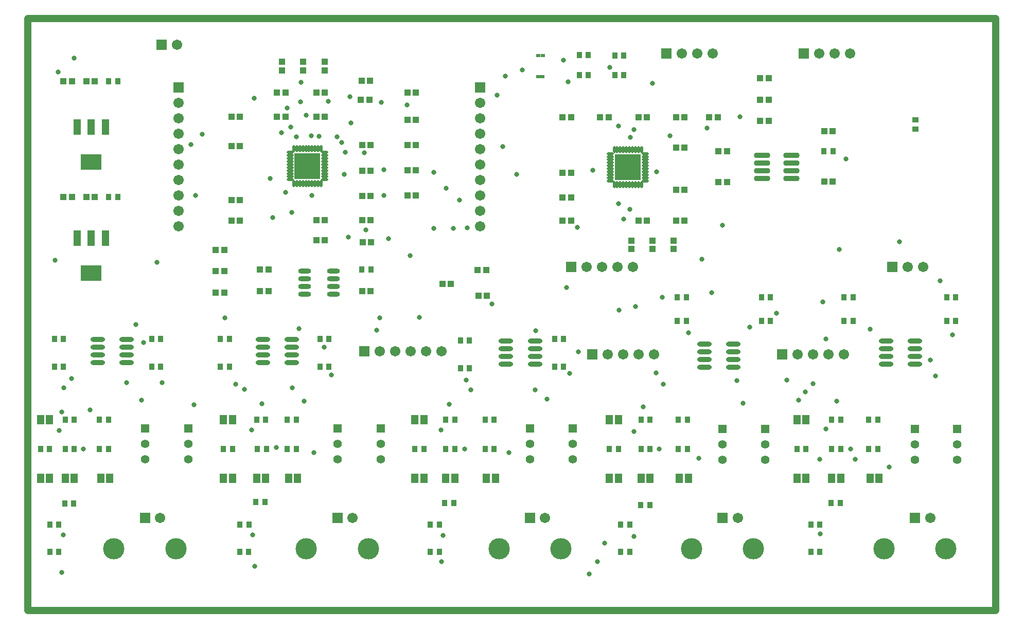
<source format=gts>
G04 Layer_Color=8388736*
%FSLAX25Y25*%
%MOIN*%
G70*
G01*
G75*
%ADD25C,0.04724*%
%ADD38R,0.04343X0.03950*%
%ADD39R,0.03556X0.04343*%
%ADD40O,0.09461X0.03162*%
%ADD41R,0.05131X0.06312*%
%ADD42R,0.16942X0.16942*%
%ADD43O,0.04540X0.01784*%
%ADD44O,0.01784X0.04540*%
%ADD45R,0.03950X0.04343*%
%ADD46R,0.04737X0.10249*%
%ADD47R,0.13792X0.10249*%
%ADD48O,0.08280X0.03162*%
%ADD49R,0.02769X0.01981*%
%ADD50R,0.04343X0.03556*%
%ADD51O,0.10642X0.03556*%
%ADD52C,0.06706*%
%ADD53R,0.06706X0.06706*%
%ADD54R,0.06706X0.06706*%
%ADD55C,0.13792*%
%ADD56R,0.05524X0.05524*%
%ADD57C,0.05524*%
%ADD58C,0.03300*%
D25*
X100000Y100000D02*
Y483500D01*
X727000D01*
Y100000D02*
Y483500D01*
X100000Y100000D02*
X727000D01*
D38*
X504500Y339656D02*
D03*
Y334144D02*
D03*
X292100Y455556D02*
D03*
Y450044D02*
D03*
X278300Y455556D02*
D03*
Y450044D02*
D03*
X264500Y455556D02*
D03*
Y450044D02*
D03*
X518300Y339656D02*
D03*
Y334144D02*
D03*
X490700Y339656D02*
D03*
Y334144D02*
D03*
D39*
X497047Y223500D02*
D03*
X502953D02*
D03*
X247547Y170300D02*
D03*
X253453D02*
D03*
X123747Y169300D02*
D03*
X129653D02*
D03*
X644560Y204500D02*
D03*
X650465D02*
D03*
X644560Y223500D02*
D03*
X650465D02*
D03*
X620247Y169500D02*
D03*
X626153D02*
D03*
X146247Y223500D02*
D03*
X152153D02*
D03*
X146247Y204500D02*
D03*
X152153D02*
D03*
X267947D02*
D03*
X273853D02*
D03*
X267947Y223500D02*
D03*
X273853D02*
D03*
X396060Y204500D02*
D03*
X401965D02*
D03*
X396060Y223500D02*
D03*
X401965D02*
D03*
X369847Y169500D02*
D03*
X375753D02*
D03*
X521160Y204500D02*
D03*
X527065D02*
D03*
X521160Y223500D02*
D03*
X527065D02*
D03*
X496947Y168400D02*
D03*
X502853D02*
D03*
X615547Y397500D02*
D03*
X621453D02*
D03*
X158215Y443000D02*
D03*
X152309D02*
D03*
Y368000D02*
D03*
X158215D02*
D03*
X603953Y204500D02*
D03*
X598047D02*
D03*
X620547Y223500D02*
D03*
X626453D02*
D03*
Y204500D02*
D03*
X620547D02*
D03*
X482453D02*
D03*
X476547D02*
D03*
X502953D02*
D03*
X497047D02*
D03*
X356453D02*
D03*
X350547D02*
D03*
X376453D02*
D03*
X370547D02*
D03*
X316291Y321000D02*
D03*
X322197D02*
D03*
X489703Y138000D02*
D03*
X483797D02*
D03*
X483797Y155500D02*
D03*
X489703D02*
D03*
X575047Y287500D02*
D03*
X580953D02*
D03*
Y303000D02*
D03*
X575047D02*
D03*
X366453Y138000D02*
D03*
X360547D02*
D03*
Y155500D02*
D03*
X366453D02*
D03*
X441047Y258000D02*
D03*
X446953D02*
D03*
X446953Y276000D02*
D03*
X441047D02*
D03*
X695094Y287500D02*
D03*
X701000D02*
D03*
Y303000D02*
D03*
X695094D02*
D03*
X612953Y138000D02*
D03*
X607047D02*
D03*
X607047Y155500D02*
D03*
X612953D02*
D03*
X242953Y138000D02*
D03*
X237047D02*
D03*
X237297Y155500D02*
D03*
X243203D02*
D03*
X289047Y258000D02*
D03*
X294953D02*
D03*
Y276000D02*
D03*
X289047D02*
D03*
X119953Y138000D02*
D03*
X114047D02*
D03*
Y155500D02*
D03*
X119953D02*
D03*
X180047Y258000D02*
D03*
X185953D02*
D03*
Y276000D02*
D03*
X180047D02*
D03*
X520547Y287500D02*
D03*
X526453D02*
D03*
X520547Y303000D02*
D03*
X526453D02*
D03*
X380047Y257000D02*
D03*
X385953D02*
D03*
X380047Y275000D02*
D03*
X385953D02*
D03*
X117047Y258000D02*
D03*
X122953D02*
D03*
X117047Y276000D02*
D03*
X122953D02*
D03*
X628547Y303000D02*
D03*
X634453D02*
D03*
X628547Y287500D02*
D03*
X634453D02*
D03*
X224547Y258000D02*
D03*
X230453D02*
D03*
X224547Y276000D02*
D03*
X230453D02*
D03*
X485953Y459500D02*
D03*
X480047D02*
D03*
X457047Y460000D02*
D03*
X462953D02*
D03*
X485953Y447000D02*
D03*
X480047D02*
D03*
X457047D02*
D03*
X462953D02*
D03*
X113953Y204500D02*
D03*
X108047D02*
D03*
X129953D02*
D03*
X124047D02*
D03*
X254453D02*
D03*
X248547D02*
D03*
X232453D02*
D03*
X226547D02*
D03*
X124047Y223500D02*
D03*
X129953D02*
D03*
X248047D02*
D03*
X253953D02*
D03*
X370547D02*
D03*
X376453D02*
D03*
D40*
X655681Y274500D02*
D03*
Y269500D02*
D03*
Y264500D02*
D03*
Y259500D02*
D03*
X674579Y274500D02*
D03*
Y269500D02*
D03*
Y264500D02*
D03*
Y259500D02*
D03*
X145051Y275500D02*
D03*
Y270500D02*
D03*
Y265500D02*
D03*
Y260500D02*
D03*
X163949Y275500D02*
D03*
Y270500D02*
D03*
Y265500D02*
D03*
Y260500D02*
D03*
X538051Y272500D02*
D03*
Y267500D02*
D03*
Y262500D02*
D03*
Y257500D02*
D03*
X556949Y272500D02*
D03*
Y267500D02*
D03*
Y262500D02*
D03*
Y257500D02*
D03*
X409551Y274500D02*
D03*
Y269500D02*
D03*
Y264500D02*
D03*
Y259500D02*
D03*
X428449Y274500D02*
D03*
Y269500D02*
D03*
Y264500D02*
D03*
Y259500D02*
D03*
X252015Y275500D02*
D03*
Y270500D02*
D03*
Y265500D02*
D03*
Y260500D02*
D03*
X270913Y275500D02*
D03*
Y270500D02*
D03*
Y265500D02*
D03*
Y260500D02*
D03*
D41*
X645347Y185500D02*
D03*
X651253D02*
D03*
X147035Y185500D02*
D03*
X152940D02*
D03*
X268735D02*
D03*
X274640D02*
D03*
X396847D02*
D03*
X402753D02*
D03*
X521947Y185500D02*
D03*
X527853D02*
D03*
X620547D02*
D03*
X626453D02*
D03*
X603953Y223500D02*
D03*
X598047D02*
D03*
X603953Y185500D02*
D03*
X598047D02*
D03*
X482453Y223500D02*
D03*
X476547D02*
D03*
X482453Y185500D02*
D03*
X476547D02*
D03*
X370547Y185500D02*
D03*
X376453D02*
D03*
X356453Y185500D02*
D03*
X350547D02*
D03*
X232453Y223500D02*
D03*
X226547D02*
D03*
X232453Y185500D02*
D03*
X226547D02*
D03*
X124047Y185500D02*
D03*
X129953D02*
D03*
X113953Y223500D02*
D03*
X108047D02*
D03*
X113953Y185500D02*
D03*
X108047D02*
D03*
X248047Y185500D02*
D03*
X253953D02*
D03*
X356453Y223500D02*
D03*
X350547D02*
D03*
X497047Y185500D02*
D03*
X502953D02*
D03*
D42*
X281000Y388000D02*
D03*
X488550Y387181D02*
D03*
D43*
X292319Y396858D02*
D03*
Y394890D02*
D03*
Y392921D02*
D03*
Y390953D02*
D03*
Y388984D02*
D03*
Y387016D02*
D03*
Y385047D02*
D03*
Y383079D02*
D03*
Y381110D02*
D03*
Y379142D02*
D03*
X269681D02*
D03*
Y381110D02*
D03*
Y383079D02*
D03*
Y385047D02*
D03*
Y387016D02*
D03*
Y388984D02*
D03*
Y390953D02*
D03*
Y392921D02*
D03*
Y394890D02*
D03*
Y396858D02*
D03*
X477231Y396039D02*
D03*
Y394071D02*
D03*
Y392102D02*
D03*
Y390134D02*
D03*
Y388165D02*
D03*
Y386197D02*
D03*
Y384228D02*
D03*
Y382260D02*
D03*
Y380291D02*
D03*
Y378323D02*
D03*
X499868D02*
D03*
Y380291D02*
D03*
Y382260D02*
D03*
Y384228D02*
D03*
Y386197D02*
D03*
Y388165D02*
D03*
Y390134D02*
D03*
Y392102D02*
D03*
Y394071D02*
D03*
Y396039D02*
D03*
D44*
X289858Y376681D02*
D03*
X287890D02*
D03*
X285921D02*
D03*
X283953D02*
D03*
X281984D02*
D03*
X280016D02*
D03*
X278047D02*
D03*
X276079D02*
D03*
X274110D02*
D03*
X272142D02*
D03*
Y399319D02*
D03*
X274110D02*
D03*
X276079D02*
D03*
X278047D02*
D03*
X280016D02*
D03*
X281984D02*
D03*
X283953D02*
D03*
X285921D02*
D03*
X287890D02*
D03*
X289858D02*
D03*
X497408Y398500D02*
D03*
X495439D02*
D03*
X493471D02*
D03*
X491502D02*
D03*
X489534D02*
D03*
X487565D02*
D03*
X485597D02*
D03*
X483628D02*
D03*
X481660D02*
D03*
X479691D02*
D03*
Y375862D02*
D03*
X481660D02*
D03*
X483628D02*
D03*
X485597D02*
D03*
X487565D02*
D03*
X489534D02*
D03*
X491502D02*
D03*
X493471D02*
D03*
X495439D02*
D03*
X497408D02*
D03*
D45*
X237256Y352500D02*
D03*
X231744D02*
D03*
X547244Y397500D02*
D03*
X552756D02*
D03*
X451756Y383500D02*
D03*
X446244D02*
D03*
X451756Y352500D02*
D03*
X446244D02*
D03*
X231732Y401000D02*
D03*
X237244D02*
D03*
X237244Y366000D02*
D03*
X231732D02*
D03*
X137756Y443000D02*
D03*
X143268D02*
D03*
X128518D02*
D03*
X123006D02*
D03*
X316488Y368500D02*
D03*
X322000D02*
D03*
X351256Y401667D02*
D03*
X345744D02*
D03*
X316488D02*
D03*
X322000D02*
D03*
X541244Y419500D02*
D03*
X546756D02*
D03*
X292256Y420000D02*
D03*
X286744D02*
D03*
X615744Y410500D02*
D03*
X621256D02*
D03*
X519744Y372500D02*
D03*
X525256D02*
D03*
X525256Y352691D02*
D03*
X519744D02*
D03*
X495439D02*
D03*
X500951D02*
D03*
X446244Y419500D02*
D03*
X451756D02*
D03*
X476089Y419500D02*
D03*
X470577D02*
D03*
X621256Y378000D02*
D03*
X615744D02*
D03*
X547244Y377500D02*
D03*
X552756D02*
D03*
X519744Y400000D02*
D03*
X525256D02*
D03*
X500951Y419500D02*
D03*
X495439D02*
D03*
X519744Y419500D02*
D03*
X525256D02*
D03*
X221544Y333600D02*
D03*
X227056D02*
D03*
X221544Y319800D02*
D03*
X227056D02*
D03*
X221544Y306000D02*
D03*
X227056D02*
D03*
X374000Y311500D02*
D03*
X368488D02*
D03*
X396756Y320500D02*
D03*
X391244D02*
D03*
X391744Y304000D02*
D03*
X397256D02*
D03*
X316744Y338500D02*
D03*
X322256D02*
D03*
X316488Y353000D02*
D03*
X322000D02*
D03*
X286744D02*
D03*
X292256D02*
D03*
X286744Y340000D02*
D03*
X292256D02*
D03*
X345744Y369000D02*
D03*
X351256D02*
D03*
X316488Y385083D02*
D03*
X322000D02*
D03*
X345744Y385333D02*
D03*
X351256D02*
D03*
X231744Y420000D02*
D03*
X237256D02*
D03*
X315544Y430900D02*
D03*
X321056D02*
D03*
X250244Y321000D02*
D03*
X255756D02*
D03*
X250244Y307000D02*
D03*
X255756D02*
D03*
X322000D02*
D03*
X316488D02*
D03*
X345744Y435500D02*
D03*
X351256D02*
D03*
X321600Y443233D02*
D03*
X316088D02*
D03*
X345744Y418000D02*
D03*
X351256D02*
D03*
X579756Y417200D02*
D03*
X574244D02*
D03*
X579756Y431000D02*
D03*
X574244D02*
D03*
X579756Y444800D02*
D03*
X574244D02*
D03*
X266756Y420000D02*
D03*
X261244D02*
D03*
X286744Y435500D02*
D03*
X292256D02*
D03*
X266756D02*
D03*
X261244D02*
D03*
X451756Y367750D02*
D03*
X446244D02*
D03*
X143268Y368000D02*
D03*
X137756D02*
D03*
X123006D02*
D03*
X128518D02*
D03*
D46*
X150055Y413417D02*
D03*
X141000D02*
D03*
X131945D02*
D03*
Y341417D02*
D03*
X141000D02*
D03*
X150055D02*
D03*
D47*
X141000Y390583D02*
D03*
Y318583D02*
D03*
D48*
X279248Y320000D02*
D03*
Y315000D02*
D03*
Y310000D02*
D03*
Y305000D02*
D03*
X297752Y320000D02*
D03*
Y315000D02*
D03*
Y310000D02*
D03*
Y305000D02*
D03*
D49*
X430622Y459500D02*
D03*
X433378D02*
D03*
X430500Y446000D02*
D03*
X433256D02*
D03*
D50*
X675000Y412047D02*
D03*
Y417953D02*
D03*
D51*
X575354Y395000D02*
D03*
Y390000D02*
D03*
Y385000D02*
D03*
Y380000D02*
D03*
X594646Y395000D02*
D03*
Y390000D02*
D03*
Y385000D02*
D03*
Y380000D02*
D03*
D52*
X632500Y461000D02*
D03*
X622500D02*
D03*
X612500D02*
D03*
X680000Y322500D02*
D03*
X670000D02*
D03*
X462000D02*
D03*
X472000D02*
D03*
X482000D02*
D03*
X492000D02*
D03*
X475500Y266000D02*
D03*
X485500D02*
D03*
X495500D02*
D03*
X505500D02*
D03*
X368000Y268000D02*
D03*
X358000D02*
D03*
X348000D02*
D03*
X338000D02*
D03*
X328000D02*
D03*
X598500Y266000D02*
D03*
X608500D02*
D03*
X618500D02*
D03*
X628500D02*
D03*
X523500Y461000D02*
D03*
X533500D02*
D03*
X543500D02*
D03*
X684421Y160079D02*
D03*
X559699D02*
D03*
X434977D02*
D03*
X310255D02*
D03*
X185534D02*
D03*
X393000Y429000D02*
D03*
Y409000D02*
D03*
Y399000D02*
D03*
Y389000D02*
D03*
Y379000D02*
D03*
Y369000D02*
D03*
Y359000D02*
D03*
Y349000D02*
D03*
Y419000D02*
D03*
X197500Y429000D02*
D03*
Y409000D02*
D03*
Y399000D02*
D03*
Y389000D02*
D03*
Y379000D02*
D03*
Y369000D02*
D03*
Y359000D02*
D03*
Y349000D02*
D03*
Y419000D02*
D03*
X196500Y466500D02*
D03*
D53*
X602500Y461000D02*
D03*
X660000Y322500D02*
D03*
X452000D02*
D03*
X465500Y266000D02*
D03*
X318000Y268000D02*
D03*
X588500Y266000D02*
D03*
X513500Y461000D02*
D03*
X186500Y466500D02*
D03*
D54*
X674579Y160079D02*
D03*
X549857D02*
D03*
X425135D02*
D03*
X300413D02*
D03*
X175691D02*
D03*
X393000Y439000D02*
D03*
X197500D02*
D03*
D55*
X694657Y140000D02*
D03*
X654500D02*
D03*
X569936D02*
D03*
X529778D02*
D03*
X445214D02*
D03*
X405056D02*
D03*
X320492D02*
D03*
X280334D02*
D03*
X195770D02*
D03*
X155612D02*
D03*
D56*
X674500Y217500D02*
D03*
X701750D02*
D03*
X550000D02*
D03*
X577500D02*
D03*
X425135Y218000D02*
D03*
X452885D02*
D03*
X300500D02*
D03*
X328500D02*
D03*
X176000D02*
D03*
X203750D02*
D03*
D57*
X674500Y207500D02*
D03*
Y197500D02*
D03*
X701750Y207500D02*
D03*
Y197500D02*
D03*
X550000Y207500D02*
D03*
Y197500D02*
D03*
X577500Y207500D02*
D03*
Y197500D02*
D03*
X425135Y208000D02*
D03*
Y198000D02*
D03*
X452885Y208000D02*
D03*
Y198000D02*
D03*
X300500Y208000D02*
D03*
Y198000D02*
D03*
X328500Y208000D02*
D03*
Y198000D02*
D03*
X176000Y208000D02*
D03*
Y198000D02*
D03*
X203750Y208000D02*
D03*
Y198000D02*
D03*
D58*
X123100Y244100D02*
D03*
X163700Y247500D02*
D03*
X128100Y250300D02*
D03*
X140100Y229800D02*
D03*
X173600Y236300D02*
D03*
X207600Y233200D02*
D03*
X271100Y244100D02*
D03*
X240100Y243400D02*
D03*
X386700Y242900D02*
D03*
X559200Y248900D02*
D03*
X511400Y246600D02*
D03*
X612700Y197800D02*
D03*
X635700D02*
D03*
X264300Y409600D02*
D03*
X276500Y429600D02*
D03*
X267800Y425500D02*
D03*
X276700Y442300D02*
D03*
X280200Y420900D02*
D03*
X561300Y419800D02*
D03*
X428500Y242800D02*
D03*
X383800Y249300D02*
D03*
X591500Y249100D02*
D03*
X599300Y236100D02*
D03*
X563300Y234200D02*
D03*
X498500Y232000D02*
D03*
X436200Y236800D02*
D03*
X372700Y233600D02*
D03*
X279000Y235700D02*
D03*
X428700Y281300D02*
D03*
X645400Y282400D02*
D03*
X687900Y252000D02*
D03*
X657900Y193000D02*
D03*
X275500Y282600D02*
D03*
X169800Y285300D02*
D03*
X449000Y309300D02*
D03*
X285100Y202300D02*
D03*
X411400D02*
D03*
X534400Y198500D02*
D03*
X684500Y262200D02*
D03*
X409200Y446200D02*
D03*
X420200Y450300D02*
D03*
X328900Y429100D02*
D03*
X303200Y403200D02*
D03*
X267000Y371000D02*
D03*
X482500Y414000D02*
D03*
X455900Y348300D02*
D03*
X273800Y407000D02*
D03*
X465700Y385300D02*
D03*
X482600Y363500D02*
D03*
X492500Y411700D02*
D03*
X486000Y353500D02*
D03*
X490000Y360000D02*
D03*
X477000Y452000D02*
D03*
X504500Y441500D02*
D03*
X271000Y358000D02*
D03*
X516000Y407500D02*
D03*
X284000Y369000D02*
D03*
X550000Y349500D02*
D03*
X319000Y346500D02*
D03*
X328000Y289500D02*
D03*
X227500D02*
D03*
X384500Y348000D02*
D03*
X375500Y347500D02*
D03*
X379500Y366000D02*
D03*
X363000Y347500D02*
D03*
X540000Y412500D02*
D03*
X130000Y458000D02*
D03*
X447000Y456500D02*
D03*
X450000Y442500D02*
D03*
X119500Y449000D02*
D03*
X305500Y397000D02*
D03*
X294500Y430000D02*
D03*
X246500Y432000D02*
D03*
X371000Y373500D02*
D03*
X345500Y427500D02*
D03*
X333500Y341000D02*
D03*
X307500Y342000D02*
D03*
X187000Y247500D02*
D03*
X175000Y273500D02*
D03*
X183500Y325500D02*
D03*
X208500Y369000D02*
D03*
X205500Y402000D02*
D03*
X123000Y149000D02*
D03*
X245500D02*
D03*
X261000Y205500D02*
D03*
X245000Y217000D02*
D03*
X369000Y148500D02*
D03*
X383000Y204500D02*
D03*
X367500Y217000D02*
D03*
X509000Y204500D02*
D03*
X492500Y216000D02*
D03*
X633000Y204500D02*
D03*
X136000D02*
D03*
X120047Y216453D02*
D03*
X613047Y149500D02*
D03*
X617000Y217500D02*
D03*
X122000Y228500D02*
D03*
X251500Y234000D02*
D03*
X624000Y235500D02*
D03*
X492500Y148000D02*
D03*
X122000Y124500D02*
D03*
X247000Y128500D02*
D03*
X463500Y123500D02*
D03*
X368000Y131500D02*
D03*
X473500Y143500D02*
D03*
X469000Y131500D02*
D03*
X507000Y254000D02*
D03*
X603500Y241500D02*
D03*
X608500Y247000D02*
D03*
X292000Y270500D02*
D03*
X451000Y253500D02*
D03*
X296500Y252500D02*
D03*
X456500Y267500D02*
D03*
X234406Y246500D02*
D03*
X699000Y278500D02*
D03*
X617000Y276000D02*
D03*
X528000Y280000D02*
D03*
X567500Y283500D02*
D03*
X353500Y290000D02*
D03*
X493500Y297000D02*
D03*
X585000Y292500D02*
D03*
X483000Y294500D02*
D03*
X330500Y385500D02*
D03*
Y369000D02*
D03*
X305000Y382500D02*
D03*
X213000Y408500D02*
D03*
X326000Y281500D02*
D03*
X318000Y396500D02*
D03*
X117500Y327000D02*
D03*
X363000Y384000D02*
D03*
X625500Y334000D02*
D03*
X404000Y434000D02*
D03*
X664500Y339000D02*
D03*
X507272Y384228D02*
D03*
X630000Y392500D02*
D03*
X536500Y327500D02*
D03*
X543000Y306000D02*
D03*
X615000Y300000D02*
D03*
X407500Y400500D02*
D03*
X416500Y382500D02*
D03*
X691000Y313500D02*
D03*
X400500Y298500D02*
D03*
X511000Y303000D02*
D03*
X347500Y330000D02*
D03*
X490100Y406600D02*
D03*
X257000Y379800D02*
D03*
X258500Y354700D02*
D03*
X288500Y407100D02*
D03*
X309200Y415900D02*
D03*
X300200Y406800D02*
D03*
X283500Y407500D02*
D03*
X308600Y432800D02*
D03*
X270300Y413300D02*
D03*
M02*

</source>
